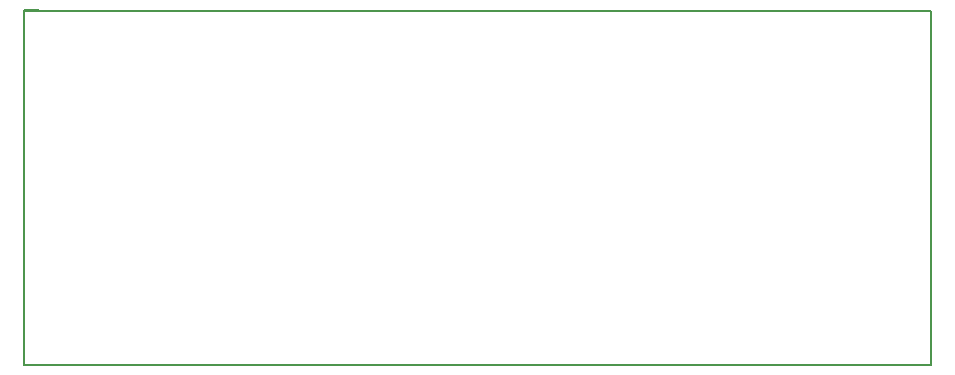
<source format=gbr>
G04 #@! TF.FileFunction,Other,User*
%FSLAX46Y46*%
G04 Gerber Fmt 4.6, Leading zero omitted, Abs format (unit mm)*
G04 Created by KiCad (PCBNEW 4.0.2+dfsg1-stable) date Thu 01 Dec 2016 16:17:54 GMT*
%MOMM*%
G01*
G04 APERTURE LIST*
%ADD10C,0.100000*%
%ADD11C,0.200000*%
G04 APERTURE END LIST*
D10*
D11*
X130810000Y-62966600D02*
X132054600Y-62966600D01*
X130810000Y-92989400D02*
X130810000Y-62966600D01*
X207594200Y-92989400D02*
X130810000Y-92989400D01*
X207594200Y-63042800D02*
X207594200Y-92989400D01*
X130860800Y-63042800D02*
X207594200Y-63042800D01*
M02*

</source>
